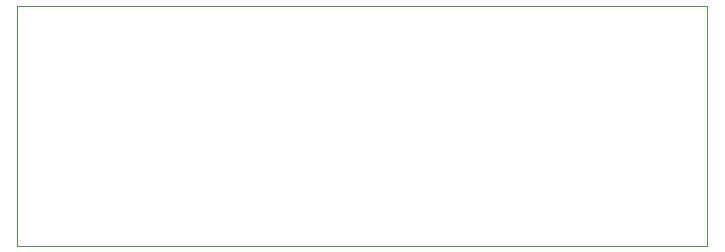
<source format=gbr>
G04 #@! TF.GenerationSoftware,KiCad,Pcbnew,5.0.1+dfsg1-3*
G04 #@! TF.CreationDate,2018-11-05T21:22:01-05:00*
G04 #@! TF.ProjectId,BreadBatt,4272656164426174742E6B696361645F,rev?*
G04 #@! TF.SameCoordinates,Original*
G04 #@! TF.FileFunction,Profile,NP*
%FSLAX46Y46*%
G04 Gerber Fmt 4.6, Leading zero omitted, Abs format (unit mm)*
G04 Created by KiCad (PCBNEW 5.0.1+dfsg1-3) date Mon 05 Nov 2018 09:22:01 PM EST*
%MOMM*%
%LPD*%
G01*
G04 APERTURE LIST*
%ADD10C,0.025400*%
G04 APERTURE END LIST*
D10*
X168910000Y-118110000D02*
X168910000Y-97790000D01*
X110490000Y-118110000D02*
X168910000Y-118110000D01*
X110490000Y-97790000D02*
X110490000Y-118110000D01*
X168910000Y-97790000D02*
X110490000Y-97790000D01*
M02*

</source>
